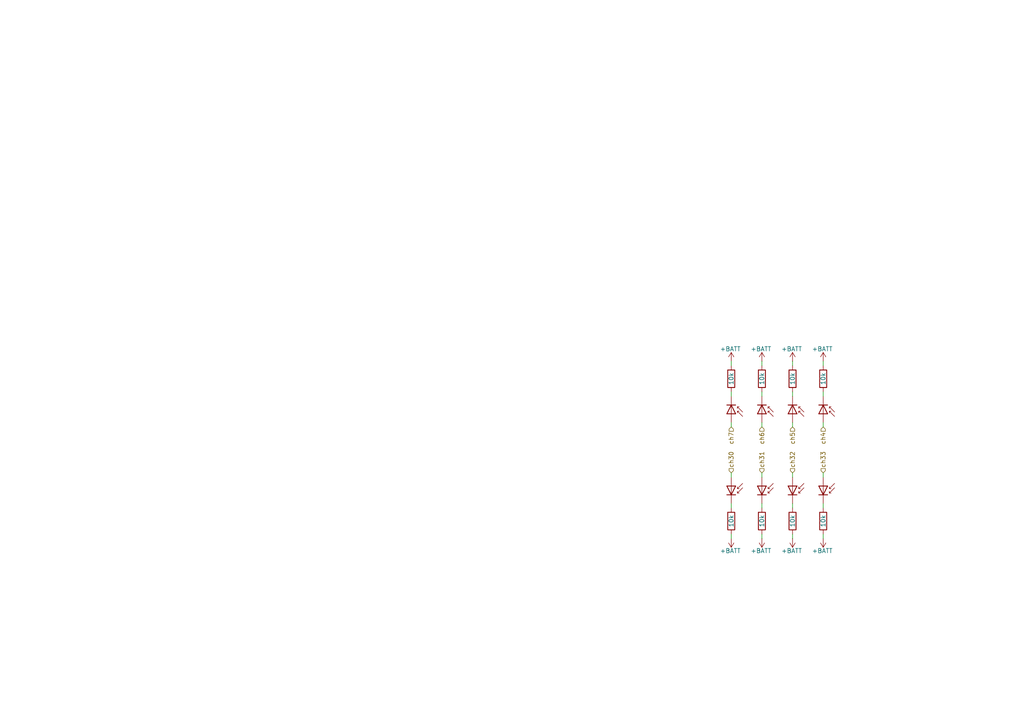
<source format=kicad_sch>
(kicad_sch (version 20231120) (generator "eeschema") (generator_version "8.0")
  (paper "A4")
  (lib_symbols
    (symbol "Device:D_SiPM" (pin_numbers hide) (pin_names hide)
      (property "Reference" "D" (at 1.778 1.778 0))
      (property "Value" "D_SiPM" (at 0.254 -2.794 0))
      (symbol "D_SiPM_0_1"
        (polyline (pts (xy -1.27 0) (xy 1.27 0)))
        (polyline (pts (xy -1.27 1.27) (xy -1.27 -1.27)) (stroke (width 0.254)))
        (polyline (pts (xy -0.762 1.778) (xy -0.254 1.778)))
        (polyline (pts (xy 1.27 1.27) (xy 1.27 -1.27)) (stroke (width 0.254)))
        (polyline (pts (xy 0.762 3.302) (xy -0.762 1.778) (xy -0.762 2.286)))
        (polyline (pts (xy 1.27 1.27) (xy -1.27 0) (xy 1.27 -1.27)) (stroke (width 0.254)))
        (polyline (pts (xy 2.032 3.302) (xy 0.508 1.778) (xy 0.508 2.286) (xy 0.508 1.778) (xy 1.016 1.778)))
      )
      (symbol "D_SiPM_1_1"
        (pin passive line (at -3.81 0 0) (length 2.54) (name "K") (number "1"))
        (pin passive line (at 3.81 0 180) (length 2.54) (name "A") (number "2"))
      )
    )
    (symbol "Device:R" (pin_numbers hide) (pin_names (offset 0))
      (property "Reference" "R" (at 2.032 0 90))
      (property "Value" "R" (at 0 0 90))
      (symbol "R_0_1"
        (rectangle (start -1.016 -2.54) (end 1.016 2.54) (stroke (width 0.254)))
      )
      (symbol "R_1_1"
        (pin passive line (at 0 3.81 270) (length 1.27) (name "~") (number "1"))
        (pin passive line (at 0 -3.81 90) (length 1.27) (name "~") (number "2"))
      )
    )
    (symbol "power:+BATT" (power) (pin_numbers hide) (pin_names (offset 0) hide)
      (property "Value" "+BATT" (at 0 3.556 0))
      (symbol "+BATT_0_1"
        (polyline (pts (xy -0.762 1.27) (xy 0 2.54)))
        (polyline (pts (xy 0 0) (xy 0 2.54)))
        (polyline (pts (xy 0 2.54) (xy 0.762 1.27)))
      )
      (symbol "+BATT_1_1"
        (pin power_in line (at 0 0 90) (length 0) (name "~") (number "1"))
      )
    )
  )
  (wire (pts (xy 238.76 146.05) (xy 238.76 147.32)))
  (wire (pts (xy 220.98 154.94) (xy 220.98 156.21)))
  (wire (pts (xy 238.76 137.16) (xy 238.76 138.43)))
  (wire (pts (xy 212.09 146.05) (xy 212.09 147.32)))
  (wire (pts (xy 229.87 137.16) (xy 229.87 138.43)))
  (wire (pts (xy 229.87 123.825) (xy 229.87 122.555)))
  (wire (pts (xy 220.98 114.935) (xy 220.98 113.665)))
  (wire (pts (xy 229.87 154.94) (xy 229.87 156.21)))
  (wire (pts (xy 220.98 123.825) (xy 220.98 122.555)))
  (wire (pts (xy 212.09 154.94) (xy 212.09 156.21)))
  (wire (pts (xy 212.09 123.825) (xy 212.09 122.555)))
  (wire (pts (xy 238.76 123.825) (xy 238.76 122.555)))
  (wire (pts (xy 238.76 114.935) (xy 238.76 113.665)))
  (wire (pts (xy 238.76 154.94) (xy 238.76 156.21)))
  (wire (pts (xy 212.09 106.045) (xy 212.09 104.775)))
  (wire (pts (xy 238.76 106.045) (xy 238.76 104.775)))
  (wire (pts (xy 229.87 114.935) (xy 229.87 113.665)))
  (wire (pts (xy 220.98 106.045) (xy 220.98 104.775)))
  (wire (pts (xy 220.98 146.05) (xy 220.98 147.32)))
  (wire (pts (xy 212.09 137.16) (xy 212.09 138.43)))
  (wire (pts (xy 220.98 137.16) (xy 220.98 138.43)))
  (wire (pts (xy 229.87 146.05) (xy 229.87 147.32)))
  (wire (pts (xy 212.09 114.935) (xy 212.09 113.665)))
  (wire (pts (xy 229.87 106.045) (xy 229.87 104.775)))
  (hierarchical_label "ch33" (shape input) (at 238.76 137.16 90))
  (hierarchical_label "ch4" (shape input) (at 238.76 123.825 270))
  (hierarchical_label "ch30" (shape input) (at 212.09 137.16 90))
  (hierarchical_label "ch31" (shape input) (at 220.98 137.16 90))
  (hierarchical_label "ch32" (shape input) (at 229.87 137.16 90))
  (hierarchical_label "ch7" (shape input) (at 212.09 123.825 270))
  (hierarchical_label "ch5" (shape input) (at 229.87 123.825 270))
  (hierarchical_label "ch6" (shape input) (at 220.98 123.825 270))
  (symbol (lib_id "Device:R") (at 238.76 109.855 0) (unit 1)
    (property "Reference" "R8" (effects (hide yes)))
    (property "Value" "10k" (at 238.76 109.855 90))
    (property "Footprint" "kicad-mza:0603" (effects (hide yes)))
    (property "Description" "Resistor" (effects (hide yes)))
    (instances (project "SiPMT.revA" (path "" (reference "R8") (unit 1)) (path "" (reference "R47") (unit 1)) (path "" (reference "R31") (unit 1)) (path "" (reference "R63") (unit 1)) (path "" (reference "R22") (unit 1)) (path "" (reference "R23") (unit 1)) (path "" (reference "R55") (unit 1)) (path "" (reference "R39") (unit 1))))
  )
  (symbol (lib_id "Device:R") (at 238.76 151.13 0) (mirror x) (unit 1)
    (property "Reference" "R9" (effects (hide yes)))
    (property "Value" "10k" (at 238.76 151.13 90))
    (property "Footprint" "kicad-mza:0603" (effects (hide yes)))
    (property "Description" "Resistor" (effects (hide yes)))
    (instances (project "SiPMT.revA" (path "" (reference "R9") (unit 1)) (path "" (reference "R48") (unit 1)) (path "" (reference "R32") (unit 1)) (path "" (reference "R64") (unit 1)) (path "" (reference "R17") (unit 1)) (path "" (reference "R24") (unit 1)) (path "" (reference "R56") (unit 1)) (path "" (reference "R40") (unit 1))))
  )
  (symbol (lib_id "Device:D_SiPM") (at 220.98 118.745 270) (unit 1)
    (property "Reference" "D3" (effects (hide yes)))
    (property "Value" "D_SiPM" (effects (hide yes)))
    (property "Footprint" "kicad-mza:Hamamatsu_S10362-11-100P-plus" (effects (hide yes)))
    (property "Description" "Silicon photomultiplier" (effects (hide yes)))
    (instances (project "SiPMT.revA" (path "" (reference "D3") (unit 1)) (path "" (reference "D43") (unit 1)) (path "" (reference "D27") (unit 1)) (path "" (reference "D59") (unit 1)) (path "" (reference "D19") (unit 1)) (path "" (reference "D12") (unit 1)) (path "" (reference "D51") (unit 1)) (path "" (reference "D35") (unit 1))))
  )
  (symbol (lib_id "Device:R") (at 212.09 109.855 0) (unit 1)
    (property "Reference" "R1" (effects (hide yes)))
    (property "Value" "10k" (at 212.09 109.855 90))
    (property "Footprint" "kicad-mza:0603" (effects (hide yes)))
    (property "Description" "Resistor" (effects (hide yes)))
    (instances (project "SiPMT.revA" (path "" (reference "R1") (unit 1)) (path "" (reference "R41") (unit 1)) (path "" (reference "R25") (unit 1)) (path "" (reference "R57") (unit 1)) (path "" (reference "R18") (unit 1)) (path "" (reference "R10") (unit 1)) (path "" (reference "R49") (unit 1)) (path "" (reference "R33") (unit 1))))
  )
  (symbol (lib_id "power:+BATT") (at 238.76 104.775 0) (unit 1)
    (property "Reference" "#PWR08" (effects (hide yes)))
    (property "Value" "+BATT" (at 238.506 101.219 0))
    (property "Description" "Power symbol creates a global label with name \"+BATT\"" (effects (hide yes)))
    (instances (project "SiPMT.revA" (path "" (reference "#PWR08") (unit 1)) (path "" (reference "#PWR047") (unit 1)) (path "" (reference "#PWR031") (unit 1)) (path "" (reference "#PWR063") (unit 1)) (path "" (reference "#PWR022") (unit 1)) (path "" (reference "#PWR023") (unit 1)) (path "" (reference "#PWR055") (unit 1)) (path "" (reference "#PWR039") (unit 1))))
  )
  (symbol (lib_id "power:+BATT") (at 220.98 104.775 0) (unit 1)
    (property "Reference" "#PWR03" (effects (hide yes)))
    (property "Value" "+BATT" (at 220.726 101.219 0))
    (property "Description" "Power symbol creates a global label with name \"+BATT\"" (effects (hide yes)))
    (instances (project "SiPMT.revA" (path "" (reference "#PWR03") (unit 1)) (path "" (reference "#PWR043") (unit 1)) (path "" (reference "#PWR027") (unit 1)) (path "" (reference "#PWR059") (unit 1)) (path "" (reference "#PWR019") (unit 1)) (path "" (reference "#PWR012") (unit 1)) (path "" (reference "#PWR051") (unit 1)) (path "" (reference "#PWR035") (unit 1))))
  )
  (symbol (lib_id "Device:D_SiPM") (at 238.76 142.24 270) (mirror x) (unit 1)
    (property "Reference" "D9" (effects (hide yes)))
    (property "Value" "D_SiPM" (effects (hide yes)))
    (property "Footprint" "kicad-mza:Hamamatsu_S10362-11-100P-plus" (effects (hide yes)))
    (property "Description" "Silicon photomultiplier" (effects (hide yes)))
    (instances (project "SiPMT.revA" (path "" (reference "D9") (unit 1)) (path "" (reference "D48") (unit 1)) (path "" (reference "D32") (unit 1)) (path "" (reference "D64") (unit 1)) (path "" (reference "D17") (unit 1)) (path "" (reference "D24") (unit 1)) (path "" (reference "D56") (unit 1)) (path "" (reference "D40") (unit 1))))
  )
  (symbol (lib_id "Device:R") (at 229.87 109.855 0) (unit 1)
    (property "Reference" "R5" (effects (hide yes)))
    (property "Value" "10k" (at 229.87 109.855 90))
    (property "Footprint" "kicad-mza:0603" (effects (hide yes)))
    (property "Description" "Resistor" (effects (hide yes)))
    (instances (project "SiPMT.revA" (path "" (reference "R5") (unit 1)) (path "" (reference "R45") (unit 1)) (path "" (reference "R29") (unit 1)) (path "" (reference "R61") (unit 1)) (path "" (reference "R21") (unit 1)) (path "" (reference "R14") (unit 1)) (path "" (reference "R53") (unit 1)) (path "" (reference "R37") (unit 1))))
  )
  (symbol (lib_id "Device:D_SiPM") (at 212.09 142.24 270) (mirror x) (unit 1)
    (property "Reference" "D2" (effects (hide yes)))
    (property "Value" "D_SiPM" (effects (hide yes)))
    (property "Footprint" "kicad-mza:Hamamatsu_S10362-11-100P-plus" (effects (hide yes)))
    (property "Description" "Silicon photomultiplier" (effects (hide yes)))
    (instances (project "SiPMT.revA" (path "" (reference "D2") (unit 1)) (path "" (reference "D42") (unit 1)) (path "" (reference "D26") (unit 1)) (path "" (reference "D58") (unit 1)) (path "" (reference "D7") (unit 1)) (path "" (reference "D11") (unit 1)) (path "" (reference "D50") (unit 1)) (path "" (reference "D34") (unit 1))))
  )
  (symbol (lib_id "power:+BATT") (at 212.09 156.21 0) (mirror x) (unit 1)
    (property "Reference" "#PWR02" (effects (hide yes)))
    (property "Value" "+BATT" (at 211.836 159.766 0))
    (property "Description" "Power symbol creates a global label with name \"+BATT\"" (effects (hide yes)))
    (instances (project "SiPMT.revA" (path "" (reference "#PWR02") (unit 1)) (path "" (reference "#PWR042") (unit 1)) (path "" (reference "#PWR026") (unit 1)) (path "" (reference "#PWR058") (unit 1)) (path "" (reference "#PWR07") (unit 1)) (path "" (reference "#PWR011") (unit 1)) (path "" (reference "#PWR050") (unit 1)) (path "" (reference "#PWR034") (unit 1))))
  )
  (symbol (lib_id "Device:R") (at 212.09 151.13 0) (mirror x) (unit 1)
    (property "Reference" "R2" (effects (hide yes)))
    (property "Value" "10k" (at 212.09 151.13 90))
    (property "Footprint" "kicad-mza:0603" (effects (hide yes)))
    (property "Description" "Resistor" (effects (hide yes)))
    (instances (project "SiPMT.revA" (path "" (reference "R2") (unit 1)) (path "" (reference "R42") (unit 1)) (path "" (reference "R26") (unit 1)) (path "" (reference "R58") (unit 1)) (path "" (reference "R7") (unit 1)) (path "" (reference "R11") (unit 1)) (path "" (reference "R50") (unit 1)) (path "" (reference "R34") (unit 1))))
  )
  (symbol (lib_id "power:+BATT") (at 220.98 156.21 0) (mirror x) (unit 1)
    (property "Reference" "#PWR04" (effects (hide yes)))
    (property "Value" "+BATT" (at 220.726 159.766 0))
    (property "Description" "Power symbol creates a global label with name \"+BATT\"" (effects (hide yes)))
    (instances (project "SiPMT.revA" (path "" (reference "#PWR04") (unit 1)) (path "" (reference "#PWR044") (unit 1)) (path "" (reference "#PWR028") (unit 1)) (path "" (reference "#PWR060") (unit 1)) (path "" (reference "#PWR020") (unit 1)) (path "" (reference "#PWR013") (unit 1)) (path "" (reference "#PWR052") (unit 1)) (path "" (reference "#PWR036") (unit 1))))
  )
  (symbol (lib_id "power:+BATT") (at 212.09 104.775 0) (unit 1)
    (property "Reference" "#PWR01" (effects (hide yes)))
    (property "Value" "+BATT" (at 211.836 101.219 0))
    (property "Description" "Power symbol creates a global label with name \"+BATT\"" (effects (hide yes)))
    (instances (project "SiPMT.revA" (path "" (reference "#PWR01") (unit 1)) (path "" (reference "#PWR041") (unit 1)) (path "" (reference "#PWR025") (unit 1)) (path "" (reference "#PWR057") (unit 1)) (path "" (reference "#PWR018") (unit 1)) (path "" (reference "#PWR010") (unit 1)) (path "" (reference "#PWR049") (unit 1)) (path "" (reference "#PWR033") (unit 1))))
  )
  (symbol (lib_id "Device:R") (at 220.98 109.855 0) (unit 1)
    (property "Reference" "R3" (effects (hide yes)))
    (property "Value" "10k" (at 220.98 109.855 90))
    (property "Footprint" "kicad-mza:0603" (effects (hide yes)))
    (property "Description" "Resistor" (effects (hide yes)))
    (instances (project "SiPMT.revA" (path "" (reference "R3") (unit 1)) (path "" (reference "R43") (unit 1)) (path "" (reference "R27") (unit 1)) (path "" (reference "R59") (unit 1)) (path "" (reference "R19") (unit 1)) (path "" (reference "R12") (unit 1)) (path "" (reference "R51") (unit 1)) (path "" (reference "R35") (unit 1))))
  )
  (symbol (lib_id "power:+BATT") (at 229.87 156.21 0) (mirror x) (unit 1)
    (property "Reference" "#PWR06" (effects (hide yes)))
    (property "Value" "+BATT" (at 229.616 159.766 0))
    (property "Description" "Power symbol creates a global label with name \"+BATT\"" (effects (hide yes)))
    (instances (project "SiPMT.revA" (path "" (reference "#PWR06") (unit 1)) (path "" (reference "#PWR046") (unit 1)) (path "" (reference "#PWR030") (unit 1)) (path "" (reference "#PWR062") (unit 1)) (path "" (reference "#PWR015") (unit 1)) (path "" (reference "#PWR016") (unit 1)) (path "" (reference "#PWR054") (unit 1)) (path "" (reference "#PWR038") (unit 1))))
  )
  (symbol (lib_id "Device:D_SiPM") (at 229.87 142.24 270) (mirror x) (unit 1)
    (property "Reference" "D6" (effects (hide yes)))
    (property "Value" "D_SiPM" (effects (hide yes)))
    (property "Footprint" "kicad-mza:Hamamatsu_S10362-11-100P-plus" (effects (hide yes)))
    (property "Description" "Silicon photomultiplier" (effects (hide yes)))
    (instances (project "SiPMT.revA" (path "" (reference "D6") (unit 1)) (path "" (reference "D46") (unit 1)) (path "" (reference "D30") (unit 1)) (path "" (reference "D62") (unit 1)) (path "" (reference "D15") (unit 1)) (path "" (reference "D16") (unit 1)) (path "" (reference "D54") (unit 1)) (path "" (reference "D38") (unit 1))))
  )
  (symbol (lib_id "power:+BATT") (at 229.87 104.775 0) (unit 1)
    (property "Reference" "#PWR05" (effects (hide yes)))
    (property "Value" "+BATT" (at 229.616 101.219 0))
    (property "Description" "Power symbol creates a global label with name \"+BATT\"" (effects (hide yes)))
    (instances (project "SiPMT.revA" (path "" (reference "#PWR05") (unit 1)) (path "" (reference "#PWR045") (unit 1)) (path "" (reference "#PWR029") (unit 1)) (path "" (reference "#PWR061") (unit 1)) (path "" (reference "#PWR021") (unit 1)) (path "" (reference "#PWR014") (unit 1)) (path "" (reference "#PWR053") (unit 1)) (path "" (reference "#PWR037") (unit 1))))
  )
  (symbol (lib_id "Device:D_SiPM") (at 212.09 118.745 270) (unit 1)
    (property "Reference" "D1" (effects (hide yes)))
    (property "Value" "D_SiPM" (effects (hide yes)))
    (property "Footprint" "kicad-mza:Hamamatsu_S10362-11-100P-plus" (effects (hide yes)))
    (property "Description" "Silicon photomultiplier" (effects (hide yes)))
    (instances (project "SiPMT.revA" (path "" (reference "D1") (unit 1)) (path "" (reference "D41") (unit 1)) (path "" (reference "D25") (unit 1)) (path "" (reference "D57") (unit 1)) (path "" (reference "D18") (unit 1)) (path "" (reference "D10") (unit 1)) (path "" (reference "D49") (unit 1)) (path "" (reference "D33") (unit 1))))
  )
  (symbol (lib_id "power:+BATT") (at 238.76 156.21 0) (mirror x) (unit 1)
    (property "Reference" "#PWR09" (effects (hide yes)))
    (property "Value" "+BATT" (at 238.506 159.766 0))
    (property "Description" "Power symbol creates a global label with name \"+BATT\"" (effects (hide yes)))
    (instances (project "SiPMT.revA" (path "" (reference "#PWR09") (unit 1)) (path "" (reference "#PWR048") (unit 1)) (path "" (reference "#PWR032") (unit 1)) (path "" (reference "#PWR064") (unit 1)) (path "" (reference "#PWR017") (unit 1)) (path "" (reference "#PWR024") (unit 1)) (path "" (reference "#PWR056") (unit 1)) (path "" (reference "#PWR040") (unit 1))))
  )
  (symbol (lib_id "Device:D_SiPM") (at 220.98 142.24 270) (mirror x) (unit 1)
    (property "Reference" "D4" (effects (hide yes)))
    (property "Value" "D_SiPM" (effects (hide yes)))
    (property "Footprint" "kicad-mza:Hamamatsu_S10362-11-100P-plus" (effects (hide yes)))
    (property "Description" "Silicon photomultiplier" (effects (hide yes)))
    (instances (project "SiPMT.revA" (path "" (reference "D4") (unit 1)) (path "" (reference "D44") (unit 1)) (path "" (reference "D28") (unit 1)) (path "" (reference "D60") (unit 1)) (path "" (reference "D20") (unit 1)) (path "" (reference "D13") (unit 1)) (path "" (reference "D52") (unit 1)) (path "" (reference "D36") (unit 1))))
  )
  (symbol (lib_id "Device:D_SiPM") (at 229.87 118.745 270) (unit 1)
    (property "Reference" "D5" (effects (hide yes)))
    (property "Value" "D_SiPM" (effects (hide yes)))
    (property "Footprint" "kicad-mza:Hamamatsu_S10362-11-100P-plus" (effects (hide yes)))
    (property "Description" "Silicon photomultiplier" (effects (hide yes)))
    (instances (project "SiPMT.revA" (path "" (reference "D5") (unit 1)) (path "" (reference "D45") (unit 1)) (path "" (reference "D29") (unit 1)) (path "" (reference "D61") (unit 1)) (path "" (reference "D21") (unit 1)) (path "" (reference "D14") (unit 1)) (path "" (reference "D53") (unit 1)) (path "" (reference "D37") (unit 1))))
  )
  (symbol (lib_id "Device:R") (at 229.87 151.13 0) (mirror x) (unit 1)
    (property "Reference" "R6" (effects (hide yes)))
    (property "Value" "10k" (at 229.87 151.13 90))
    (property "Footprint" "kicad-mza:0603" (effects (hide yes)))
    (property "Description" "Resistor" (effects (hide yes)))
    (instances (project "SiPMT.revA" (path "" (reference "R6") (unit 1)) (path "" (reference "R46") (unit 1)) (path "" (reference "R30") (unit 1)) (path "" (reference "R62") (unit 1)) (path "" (reference "R15") (unit 1)) (path "" (reference "R16") (unit 1)) (path "" (reference "R54") (unit 1)) (path "" (reference "R38") (unit 1))))
  )
  (symbol (lib_id "Device:D_SiPM") (at 238.76 118.745 270) (unit 1)
    (property "Reference" "D8" (effects (hide yes)))
    (property "Value" "D_SiPM" (effects (hide yes)))
    (property "Footprint" "kicad-mza:Hamamatsu_S10362-11-100P-plus" (effects (hide yes)))
    (property "Description" "Silicon photomultiplier" (effects (hide yes)))
    (instances (project "SiPMT.revA" (path "" (reference "D8") (unit 1)) (path "" (reference "D47") (unit 1)) (path "" (reference "D31") (unit 1)) (path "" (reference "D63") (unit 1)) (path "" (reference "D22") (unit 1)) (path "" (reference "D23") (unit 1)) (path "" (reference "D55") (unit 1)) (path "" (reference "D39") (unit 1))))
  )
  (symbol (lib_id "Device:R") (at 220.98 151.13 0) (mirror x) (unit 1)
    (property "Reference" "R4" (effects (hide yes)))
    (property "Value" "10k" (at 220.98 151.13 90))
    (property "Footprint" "kicad-mza:0603" (effects (hide yes)))
    (property "Description" "Resistor" (effects (hide yes)))
    (instances (project "SiPMT.revA" (path "" (reference "R4") (unit 1)) (path "" (reference "R44") (unit 1)) (path "" (reference "R28") (unit 1)) (path "" (reference "R60") (unit 1)) (path "" (reference "R20") (unit 1)) (path "" (reference "R13") (unit 1)) (path "" (reference "R52") (unit 1)) (path "" (reference "R36") (unit 1))))
  )
)
</source>
